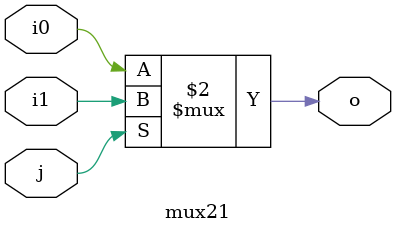
<source format=v>
module mux21(input wire i0,i1,j, output wire o);
assign o = (j==0)? i0 : i1 ;
endmodule

/* here j is the select line*/


</source>
